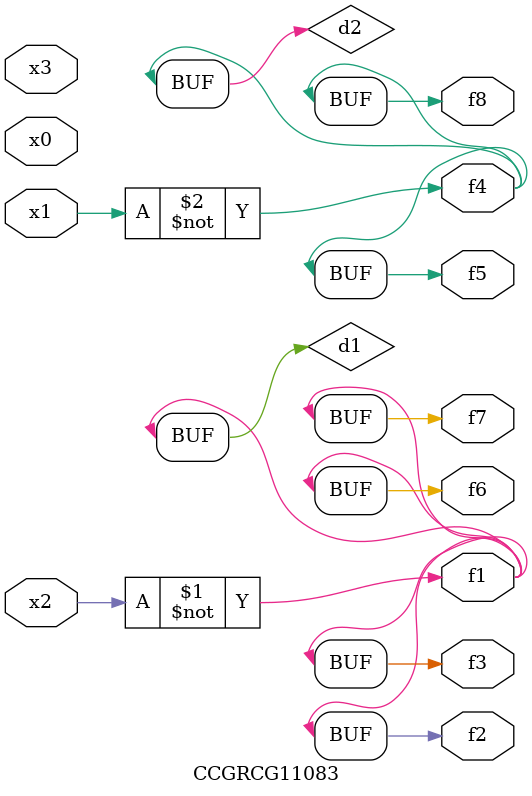
<source format=v>
module CCGRCG11083(
	input x0, x1, x2, x3,
	output f1, f2, f3, f4, f5, f6, f7, f8
);

	wire d1, d2;

	xnor (d1, x2);
	not (d2, x1);
	assign f1 = d1;
	assign f2 = d1;
	assign f3 = d1;
	assign f4 = d2;
	assign f5 = d2;
	assign f6 = d1;
	assign f7 = d1;
	assign f8 = d2;
endmodule

</source>
